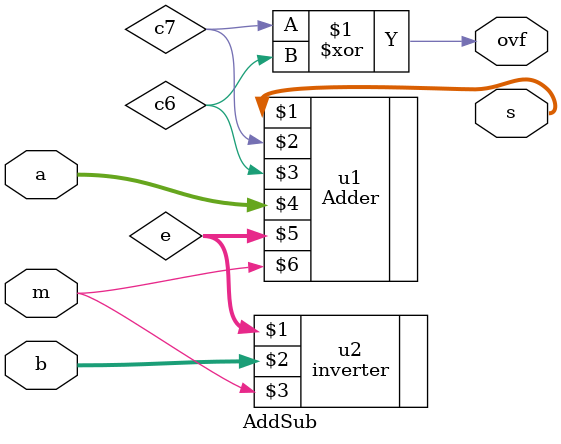
<source format=v>
`include "Inverter.v"
`include "Adder.v"
module AddSub(
input  [7:0] a,b,
input m,
output [7:0] s,
output  ovf
);
wire [7:0] e;
wire c6, c7;
assign ovf = c7 ^ c6;
// Add/subtract
Adder u1(s, c7, c6, a, e, m);

//inverter
inverter u2(e, b, m);
endmodule
</source>
